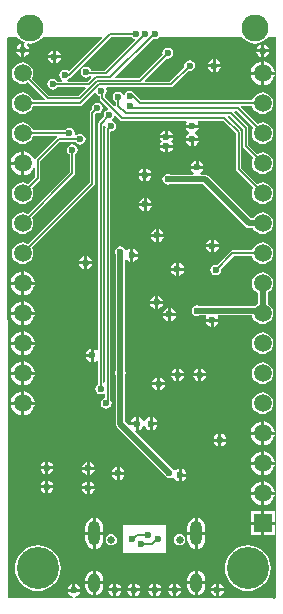
<source format=gbr>
%TF.GenerationSoftware,Altium Limited,Altium Designer,20.0.10 (225)*%
G04 Layer_Physical_Order=2*
G04 Layer_Color=16711680*
%FSLAX26Y26*%
%MOIN*%
%TF.FileFunction,Copper,L2,Bot,Signal*%
%TF.Part,Single*%
G01*
G75*
%TA.AperFunction,Conductor*%
%ADD40C,0.008000*%
%ADD41C,0.019685*%
%ADD42C,0.005906*%
%ADD43C,0.006000*%
%TA.AperFunction,ComponentPad*%
%ADD45O,0.039370X0.062992*%
%ADD46O,0.039370X0.082677*%
%ADD47C,0.025591*%
%ADD48C,0.090000*%
%ADD49C,0.140000*%
%ADD50R,0.059370X0.059370*%
%ADD51C,0.059370*%
%TA.AperFunction,ViaPad*%
%ADD52C,0.023622*%
G36*
X1102362Y200362D02*
X1093000Y191000D01*
X1089211Y194789D01*
X431416D01*
X430923Y199789D01*
X435865Y200772D01*
X443079Y205593D01*
X447900Y212808D01*
X448598Y216318D01*
X406111D01*
X406809Y212808D01*
X411630Y205593D01*
X418844Y200772D01*
X423786Y199789D01*
X423294Y194789D01*
X206372D01*
X203601Y2063391D01*
X207134Y2066929D01*
X239264D01*
X245450Y2058867D01*
X256084Y2050707D01*
X263440Y2047660D01*
X261981Y2042852D01*
X261756Y2042897D01*
Y2026654D01*
X278000D01*
X277301Y2030164D01*
X272481Y2037379D01*
X269875Y2039119D01*
X269746Y2040366D01*
X274312Y2044809D01*
X281756Y2043829D01*
X295045Y2045578D01*
X307428Y2050707D01*
X318062Y2058867D01*
X324248Y2066929D01*
X519562D01*
X521475Y2062310D01*
X409846Y1950681D01*
X409623Y1950703D01*
X403763Y1954618D01*
X396851Y1955993D01*
X389938Y1954618D01*
X384078Y1950703D01*
X380162Y1944842D01*
X378787Y1937930D01*
X380162Y1931017D01*
X384078Y1925157D01*
X388563Y1922160D01*
X387046Y1917160D01*
X371737D01*
X369269Y1920853D01*
X363409Y1924769D01*
X356496Y1926144D01*
X349584Y1924769D01*
X343723Y1920853D01*
X339808Y1914993D01*
X338433Y1908080D01*
X339808Y1901168D01*
X343723Y1895307D01*
X349584Y1891391D01*
X356496Y1890016D01*
X363409Y1891391D01*
X369269Y1895307D01*
X371737Y1899000D01*
X465515D01*
X467429Y1894381D01*
X443349Y1870300D01*
X344470D01*
X287715Y1927056D01*
X287844Y1927225D01*
X291430Y1935882D01*
X292654Y1945173D01*
X291430Y1954464D01*
X287844Y1963122D01*
X282139Y1970557D01*
X274705Y1976262D01*
X266047Y1979848D01*
X256756Y1981071D01*
X247465Y1979848D01*
X238807Y1976262D01*
X231373Y1970557D01*
X225668Y1963122D01*
X222082Y1954464D01*
X220858Y1945173D01*
X222082Y1935882D01*
X225668Y1927225D01*
X231373Y1919790D01*
X238807Y1914085D01*
X247465Y1910499D01*
X256756Y1909276D01*
X266047Y1910499D01*
X274705Y1914085D01*
X274874Y1914215D01*
X329883Y1859205D01*
X327812Y1854205D01*
X291464D01*
X291430Y1854464D01*
X287844Y1863122D01*
X282139Y1870557D01*
X274705Y1876262D01*
X266047Y1879848D01*
X256756Y1881071D01*
X247465Y1879848D01*
X238807Y1876262D01*
X231373Y1870557D01*
X225668Y1863122D01*
X222082Y1854464D01*
X220858Y1845173D01*
X222082Y1835882D01*
X225668Y1827225D01*
X231373Y1819790D01*
X238807Y1814085D01*
X247465Y1810499D01*
X256756Y1809276D01*
X266047Y1810499D01*
X274705Y1814085D01*
X282139Y1819790D01*
X287844Y1827225D01*
X291430Y1835882D01*
X291464Y1836142D01*
X447832D01*
X451289Y1836829D01*
X454219Y1838787D01*
X496839Y1881407D01*
X501565Y1880301D01*
X502168Y1879665D01*
X505928Y1874038D01*
X511788Y1870122D01*
X513059Y1869870D01*
Y1860846D01*
X513747Y1857390D01*
X515704Y1854460D01*
X541360Y1828804D01*
X539909Y1824020D01*
X538772Y1823794D01*
X532912Y1819878D01*
X528996Y1814018D01*
X527621Y1807105D01*
X528872Y1800818D01*
X509796Y1781742D01*
X507828Y1778796D01*
X507137Y1775322D01*
Y1023527D01*
X502137Y1021018D01*
X496947Y1024486D01*
X493437Y1025184D01*
Y1003940D01*
Y982696D01*
X496947Y983395D01*
X502137Y986862D01*
X507137Y984353D01*
Y907235D01*
X503444Y904767D01*
X499528Y898907D01*
X498153Y891994D01*
X499528Y885082D01*
X503444Y879221D01*
X509304Y875306D01*
X516217Y873931D01*
X523130Y875306D01*
X525895Y877153D01*
X530895Y874481D01*
Y861354D01*
X527926Y860764D01*
X522066Y856848D01*
X518150Y850988D01*
X516775Y844075D01*
X518150Y837162D01*
X522066Y831302D01*
X527926Y827386D01*
X534839Y826011D01*
X541751Y827386D01*
X547611Y831302D01*
X551527Y837162D01*
X552902Y844075D01*
X551527Y850988D01*
X549055Y854688D01*
Y1750158D01*
X549987Y1750924D01*
X556900Y1752299D01*
X562760Y1756215D01*
X566676Y1762075D01*
X568051Y1768987D01*
X566676Y1775900D01*
X562760Y1781760D01*
X556900Y1785676D01*
X554672Y1786119D01*
X553997Y1791351D01*
X558458Y1794332D01*
X562374Y1800192D01*
X562600Y1801329D01*
X567384Y1802780D01*
X581275Y1788889D01*
X584205Y1786931D01*
X587662Y1786244D01*
X587662Y1786244D01*
X801193D01*
X803866Y1781244D01*
X801116Y1777128D01*
X800418Y1773618D01*
X842905D01*
X842207Y1777128D01*
X839457Y1781244D01*
X842130Y1786244D01*
X925393D01*
X967346Y1744291D01*
Y1625551D01*
X968034Y1622095D01*
X969992Y1619165D01*
X1025827Y1563330D01*
X1025668Y1563122D01*
X1022082Y1554464D01*
X1020858Y1545173D01*
X1022082Y1535882D01*
X1025668Y1527225D01*
X1031373Y1519790D01*
X1038807Y1514085D01*
X1047465Y1510499D01*
X1056756Y1509276D01*
X1066047Y1510499D01*
X1074705Y1514085D01*
X1082139Y1519790D01*
X1087844Y1527225D01*
X1091430Y1535882D01*
X1092654Y1545173D01*
X1091430Y1554464D01*
X1087844Y1563122D01*
X1082139Y1570557D01*
X1074705Y1576262D01*
X1066047Y1579848D01*
X1056756Y1581071D01*
X1047465Y1579848D01*
X1038807Y1576262D01*
X1038600Y1576102D01*
X985410Y1629292D01*
Y1748032D01*
X984722Y1751488D01*
X982764Y1754418D01*
X982764Y1754418D01*
X939596Y1797586D01*
X941667Y1802586D01*
X948420D01*
X990968Y1760038D01*
Y1701929D01*
X991656Y1698473D01*
X993614Y1695543D01*
X1025827Y1663330D01*
X1025668Y1663122D01*
X1022082Y1654464D01*
X1020858Y1645173D01*
X1022082Y1635882D01*
X1025668Y1627225D01*
X1031373Y1619790D01*
X1038807Y1614085D01*
X1047465Y1610499D01*
X1056756Y1609276D01*
X1066047Y1610499D01*
X1074705Y1614085D01*
X1082139Y1619790D01*
X1087844Y1627225D01*
X1091430Y1635882D01*
X1092654Y1645173D01*
X1091430Y1654464D01*
X1087844Y1663122D01*
X1082139Y1670557D01*
X1074705Y1676262D01*
X1066047Y1679848D01*
X1056756Y1681071D01*
X1047465Y1679848D01*
X1038807Y1676262D01*
X1038600Y1676102D01*
X1009032Y1705670D01*
Y1763779D01*
X1008344Y1767236D01*
X1006386Y1770166D01*
X961928Y1814625D01*
X963999Y1819625D01*
X969532D01*
X1025827Y1763330D01*
X1025668Y1763122D01*
X1022082Y1754464D01*
X1020858Y1745173D01*
X1022082Y1735882D01*
X1025668Y1727225D01*
X1031373Y1719790D01*
X1038807Y1714085D01*
X1047465Y1710499D01*
X1056756Y1709276D01*
X1066047Y1710499D01*
X1074705Y1714085D01*
X1082139Y1719790D01*
X1087844Y1727225D01*
X1091430Y1735882D01*
X1092654Y1745173D01*
X1091430Y1754464D01*
X1087844Y1763122D01*
X1082139Y1770557D01*
X1074705Y1776262D01*
X1066047Y1779848D01*
X1056756Y1781071D01*
X1047465Y1779848D01*
X1038807Y1776262D01*
X1038600Y1776102D01*
X983561Y1831142D01*
X985632Y1836142D01*
X1022048D01*
X1022082Y1835882D01*
X1025668Y1827225D01*
X1031373Y1819790D01*
X1038807Y1814085D01*
X1047465Y1810499D01*
X1056756Y1809276D01*
X1066047Y1810499D01*
X1074705Y1814085D01*
X1082139Y1819790D01*
X1087844Y1827225D01*
X1091430Y1835882D01*
X1092654Y1845173D01*
X1091430Y1854464D01*
X1087844Y1863122D01*
X1082139Y1870557D01*
X1074705Y1876262D01*
X1066047Y1879848D01*
X1056756Y1881071D01*
X1047465Y1879848D01*
X1038807Y1876262D01*
X1031373Y1870557D01*
X1025668Y1863122D01*
X1022082Y1854464D01*
X1022048Y1854205D01*
X650694D01*
X629828Y1875070D01*
X629642Y1876007D01*
X625726Y1881867D01*
X619866Y1885783D01*
X612953Y1887158D01*
X606041Y1885783D01*
X600181Y1881867D01*
X596265Y1876007D01*
X595669Y1873010D01*
X593067Y1872371D01*
X590466Y1872482D01*
X586980Y1877698D01*
X581120Y1881614D01*
X574207Y1882989D01*
X567295Y1881614D01*
X561435Y1877698D01*
X557519Y1871838D01*
X556144Y1864925D01*
X557519Y1858013D01*
X561435Y1852152D01*
X566263Y1848926D01*
Y1836518D01*
X565042Y1835529D01*
X561525Y1834185D01*
X531122Y1864587D01*
Y1873803D01*
X531474Y1874038D01*
X535390Y1879899D01*
X536765Y1886811D01*
X535444Y1893449D01*
X535422Y1894324D01*
X537981Y1898449D01*
X750000D01*
X753456Y1899136D01*
X756386Y1901094D01*
X808579Y1953287D01*
X812992Y1952409D01*
X819905Y1953784D01*
X825765Y1957700D01*
X829681Y1963560D01*
X831056Y1970473D01*
X829681Y1977385D01*
X825765Y1983245D01*
X819905Y1987161D01*
X812992Y1988536D01*
X806079Y1987161D01*
X800219Y1983245D01*
X796303Y1977385D01*
X794928Y1970473D01*
X795806Y1966060D01*
X746259Y1916512D01*
X664779D01*
X662866Y1921131D01*
X736349Y1994614D01*
X740705Y1993747D01*
X747617Y1995122D01*
X753478Y1999038D01*
X757393Y2004899D01*
X758768Y2011811D01*
X757393Y2018724D01*
X753478Y2024584D01*
X747617Y2028500D01*
X740705Y2029875D01*
X733792Y2028500D01*
X727932Y2024584D01*
X724016Y2018724D01*
X722641Y2011811D01*
X723508Y2007455D01*
X644471Y1928419D01*
X565864D01*
X563950Y1933038D01*
X691358Y2060446D01*
X691495Y2060354D01*
X698408Y2058979D01*
X705321Y2060354D01*
X711181Y2064270D01*
X712958Y2066929D01*
X989264D01*
X995450Y2058867D01*
X1006084Y2050707D01*
X1018467Y2045578D01*
X1031756Y2043829D01*
X1045045Y2045578D01*
X1057428Y2050707D01*
X1068062Y2058867D01*
X1074248Y2066929D01*
X1102362D01*
Y200362D01*
D02*
G37*
G36*
X622227Y2064227D02*
X628087Y2060311D01*
X629689Y2059993D01*
X631140Y2055208D01*
X529013Y1953080D01*
X485645D01*
X485180Y1955422D01*
X481264Y1961282D01*
X475404Y1965198D01*
X468491Y1966573D01*
X461578Y1965198D01*
X455718Y1961282D01*
X451802Y1955422D01*
X450427Y1948509D01*
X451802Y1941596D01*
X455718Y1935736D01*
X461578Y1931820D01*
X468491Y1930445D01*
X475404Y1931820D01*
X479979Y1934878D01*
X484121Y1934310D01*
X485905Y1929694D01*
X473371Y1917160D01*
X406655D01*
X405138Y1922160D01*
X409623Y1925157D01*
X412421Y1929344D01*
X413411Y1929541D01*
X416357Y1931509D01*
X551777Y2066929D01*
X620422D01*
X622227Y2064227D01*
D02*
G37*
G36*
X530584Y1769695D02*
X531988Y1768666D01*
X532848Y1764339D01*
X531586Y1762450D01*
X530895Y1758975D01*
Y914659D01*
X525895Y911827D01*
X525297Y912185D01*
Y1769930D01*
X527310Y1771423D01*
X530584Y1769695D01*
D02*
G37*
%LPC*%
G36*
X251756Y2042897D02*
X248246Y2042199D01*
X241031Y2037379D01*
X236210Y2030164D01*
X235512Y2026654D01*
X251756D01*
Y2042897D01*
D02*
G37*
G36*
X1061756Y2040929D02*
Y2024685D01*
X1078000D01*
X1077302Y2028195D01*
X1072481Y2035410D01*
X1065266Y2040230D01*
X1061756Y2040929D01*
D02*
G37*
G36*
X1051756D02*
X1048246Y2040230D01*
X1041031Y2035410D01*
X1036210Y2028195D01*
X1035512Y2024685D01*
X1051756D01*
Y2040929D01*
D02*
G37*
G36*
X367598Y2021244D02*
Y2005000D01*
X383842D01*
X383144Y2008510D01*
X378323Y2015725D01*
X371109Y2020545D01*
X367598Y2021244D01*
D02*
G37*
G36*
X357598D02*
X354088Y2020545D01*
X346873Y2015725D01*
X342053Y2008510D01*
X341355Y2005000D01*
X357598D01*
Y2021244D01*
D02*
G37*
G36*
X278000Y2016654D02*
X261756D01*
Y2000410D01*
X265266Y2001108D01*
X272481Y2005929D01*
X277301Y2013143D01*
X278000Y2016654D01*
D02*
G37*
G36*
X251756D02*
X235512D01*
X236210Y2013143D01*
X241031Y2005929D01*
X248246Y2001108D01*
X251756Y2000410D01*
Y2016654D01*
D02*
G37*
G36*
X1078000Y2014685D02*
X1061756D01*
Y1998441D01*
X1065266Y1999139D01*
X1072481Y2003960D01*
X1077302Y2011175D01*
X1078000Y2014685D01*
D02*
G37*
G36*
X1051756D02*
X1035512D01*
X1036210Y2011175D01*
X1041031Y2003960D01*
X1048246Y1999139D01*
X1051756Y1998441D01*
Y2014685D01*
D02*
G37*
G36*
X383842Y1995000D02*
X367598D01*
Y1978756D01*
X371109Y1979455D01*
X378323Y1984275D01*
X383144Y1991490D01*
X383842Y1995000D01*
D02*
G37*
G36*
X357598D02*
X341355D01*
X342053Y1991490D01*
X346873Y1984275D01*
X354088Y1979455D01*
X357598Y1978756D01*
Y1995000D01*
D02*
G37*
G36*
X900420Y1991716D02*
Y1975473D01*
X916664D01*
X915965Y1978983D01*
X911145Y1986197D01*
X903930Y1991018D01*
X900420Y1991716D01*
D02*
G37*
G36*
X890420D02*
X886910Y1991018D01*
X879695Y1986197D01*
X874874Y1978983D01*
X874176Y1975473D01*
X890420D01*
Y1991716D01*
D02*
G37*
G36*
X1061756Y1984543D02*
Y1950173D01*
X1096125D01*
X1095419Y1955533D01*
X1091421Y1965187D01*
X1085060Y1973477D01*
X1076770Y1979838D01*
X1067116Y1983837D01*
X1061756Y1984543D01*
D02*
G37*
G36*
X1051756Y1984542D02*
X1046396Y1983837D01*
X1036742Y1979838D01*
X1028452Y1973477D01*
X1022091Y1965187D01*
X1018092Y1955533D01*
X1017387Y1950173D01*
X1051756D01*
Y1984542D01*
D02*
G37*
G36*
X916664Y1965473D02*
X900420D01*
Y1949229D01*
X903930Y1949927D01*
X911145Y1954748D01*
X915965Y1961962D01*
X916664Y1965473D01*
D02*
G37*
G36*
X890420D02*
X874176D01*
X874874Y1961962D01*
X879695Y1954748D01*
X886910Y1949927D01*
X890420Y1949229D01*
Y1965473D01*
D02*
G37*
G36*
X1051756Y1940173D02*
X1017387D01*
X1018092Y1934813D01*
X1022091Y1925160D01*
X1028452Y1916870D01*
X1036742Y1910509D01*
X1046396Y1906510D01*
X1051756Y1905804D01*
Y1940173D01*
D02*
G37*
G36*
X1096125D02*
X1061756D01*
Y1905804D01*
X1067116Y1906510D01*
X1076770Y1910509D01*
X1085060Y1916870D01*
X1091421Y1925160D01*
X1095419Y1934813D01*
X1096125Y1940173D01*
D02*
G37*
G36*
X505899Y1846720D02*
X498987Y1845345D01*
X493126Y1841429D01*
X489211Y1835569D01*
X487836Y1828656D01*
X488702Y1824300D01*
X482316Y1817914D01*
X480347Y1814968D01*
X479656Y1811493D01*
Y1580914D01*
X274874Y1376132D01*
X274705Y1376262D01*
X266047Y1379848D01*
X256756Y1381071D01*
X247465Y1379848D01*
X238807Y1376262D01*
X231373Y1370557D01*
X225668Y1363122D01*
X222082Y1354464D01*
X220858Y1345173D01*
X222082Y1335882D01*
X225668Y1327225D01*
X231373Y1319790D01*
X238807Y1314085D01*
X247465Y1310499D01*
X256756Y1309276D01*
X266047Y1310499D01*
X274705Y1314085D01*
X282139Y1319790D01*
X287844Y1327225D01*
X291430Y1335882D01*
X292654Y1345173D01*
X291430Y1354464D01*
X287844Y1363122D01*
X287715Y1363291D01*
X495157Y1570733D01*
X497125Y1573679D01*
X497816Y1577153D01*
Y1807732D01*
X501543Y1811459D01*
X505899Y1810593D01*
X512812Y1811968D01*
X518672Y1815883D01*
X522588Y1821744D01*
X523963Y1828656D01*
X522588Y1835569D01*
X518672Y1841429D01*
X512812Y1845345D01*
X505899Y1846720D01*
D02*
G37*
G36*
X740792Y1754003D02*
Y1737760D01*
X757036D01*
X756338Y1741270D01*
X751517Y1748485D01*
X744303Y1753305D01*
X740792Y1754003D01*
D02*
G37*
G36*
X730792D02*
X727282Y1753305D01*
X720067Y1748485D01*
X715247Y1741270D01*
X714549Y1737760D01*
X730792D01*
Y1754003D01*
D02*
G37*
G36*
X842905Y1763618D02*
X800418D01*
X801116Y1760108D01*
X805937Y1752893D01*
X811315Y1749300D01*
Y1743728D01*
X805937Y1740134D01*
X801116Y1732920D01*
X800418Y1729409D01*
X842905D01*
X842207Y1732920D01*
X837387Y1740134D01*
X832008Y1743728D01*
Y1749300D01*
X837387Y1752893D01*
X842207Y1760108D01*
X842905Y1763618D01*
D02*
G37*
G36*
X757036Y1727760D02*
X714549D01*
X715247Y1724249D01*
X719861Y1717344D01*
X715247Y1710439D01*
X714549Y1706929D01*
X757036D01*
X756338Y1710439D01*
X751724Y1717344D01*
X756338Y1724249D01*
X757036Y1727760D01*
D02*
G37*
G36*
X256756Y1781071D02*
X247465Y1779848D01*
X238807Y1776262D01*
X231373Y1770557D01*
X225668Y1763122D01*
X222082Y1754464D01*
X220858Y1745173D01*
X222082Y1735882D01*
X225668Y1727225D01*
X231373Y1719790D01*
X238807Y1714085D01*
X247465Y1710499D01*
X256756Y1709276D01*
X266047Y1710499D01*
X274705Y1714085D01*
X282139Y1719790D01*
X287844Y1727225D01*
X291430Y1735882D01*
X291503Y1736433D01*
X369629D01*
X371146Y1731433D01*
X370192Y1730796D01*
X300364Y1660968D01*
X299263Y1659320D01*
X294686Y1659179D01*
X293796Y1659452D01*
X291421Y1665187D01*
X285060Y1673477D01*
X276770Y1679838D01*
X267116Y1683837D01*
X261756Y1684542D01*
Y1645173D01*
Y1605804D01*
X267116Y1606510D01*
X276770Y1610509D01*
X285060Y1616870D01*
X291421Y1625160D01*
X292719Y1628294D01*
X297719Y1627299D01*
Y1598909D01*
X274912Y1576102D01*
X274705Y1576262D01*
X266047Y1579848D01*
X256756Y1581071D01*
X247465Y1579848D01*
X238807Y1576262D01*
X231373Y1570557D01*
X225668Y1563122D01*
X222082Y1554464D01*
X220858Y1545173D01*
X222082Y1535882D01*
X225668Y1527225D01*
X231373Y1519790D01*
X238807Y1514085D01*
X247465Y1510499D01*
X256756Y1509276D01*
X266047Y1510499D01*
X274705Y1514085D01*
X282139Y1519790D01*
X287844Y1527225D01*
X291430Y1535882D01*
X292654Y1545173D01*
X291430Y1554464D01*
X287844Y1563122D01*
X287685Y1563330D01*
X313137Y1588781D01*
X313137Y1588782D01*
X315095Y1591712D01*
X315782Y1595168D01*
Y1650840D01*
X380320Y1715378D01*
X433546D01*
X436046Y1711637D01*
X441906Y1707721D01*
X448819Y1706346D01*
X455731Y1707721D01*
X461592Y1711637D01*
X465507Y1717497D01*
X466882Y1724409D01*
X465507Y1731322D01*
X461592Y1737182D01*
X455731Y1741098D01*
X448819Y1742473D01*
X441906Y1741098D01*
X436046Y1737182D01*
X435379Y1736184D01*
X433544Y1736274D01*
X433219Y1736448D01*
X429866Y1741461D01*
X430662Y1745465D01*
X429287Y1752377D01*
X425372Y1758238D01*
X419511Y1762153D01*
X412599Y1763528D01*
X405686Y1762153D01*
X399826Y1758238D01*
X397326Y1754496D01*
X291417D01*
X287844Y1763122D01*
X282139Y1770557D01*
X274705Y1776262D01*
X266047Y1779848D01*
X256756Y1781071D01*
D02*
G37*
G36*
X842905Y1719409D02*
X826662D01*
Y1703166D01*
X830172Y1703864D01*
X837387Y1708685D01*
X842207Y1715899D01*
X842905Y1719409D01*
D02*
G37*
G36*
X816662D02*
X800418D01*
X801116Y1715899D01*
X805937Y1708685D01*
X813152Y1703864D01*
X816662Y1703166D01*
Y1719409D01*
D02*
G37*
G36*
X757036Y1696929D02*
X740792D01*
Y1680686D01*
X744303Y1681384D01*
X751517Y1686204D01*
X756338Y1693419D01*
X757036Y1696929D01*
D02*
G37*
G36*
X730792D02*
X714549D01*
X715247Y1693419D01*
X720067Y1686204D01*
X727282Y1681384D01*
X730792Y1680686D01*
Y1696929D01*
D02*
G37*
G36*
X251756Y1684542D02*
X246396Y1683837D01*
X236742Y1679838D01*
X228452Y1673477D01*
X222091Y1665187D01*
X218093Y1655533D01*
X217387Y1650173D01*
X251756D01*
Y1684542D01*
D02*
G37*
G36*
X842902Y1652543D02*
Y1636299D01*
X859146D01*
X858448Y1639809D01*
X853627Y1647024D01*
X846412Y1651845D01*
X842902Y1652543D01*
D02*
G37*
G36*
X832902D02*
X829392Y1651845D01*
X822177Y1647024D01*
X817357Y1639809D01*
X816658Y1636299D01*
X832902D01*
Y1652543D01*
D02*
G37*
G36*
X669134Y1627543D02*
Y1611299D01*
X685378D01*
X684679Y1614809D01*
X679859Y1622024D01*
X672644Y1626845D01*
X669134Y1627543D01*
D02*
G37*
G36*
X659134D02*
X655624Y1626845D01*
X648409Y1622024D01*
X643588Y1614809D01*
X642890Y1611299D01*
X659134D01*
Y1627543D01*
D02*
G37*
G36*
X859146Y1626299D02*
X816658D01*
X817357Y1622789D01*
X822177Y1615574D01*
X827311Y1612144D01*
X825794Y1607144D01*
X748563D01*
X747617Y1607776D01*
X740705Y1609151D01*
X733792Y1607776D01*
X727932Y1603861D01*
X724016Y1598000D01*
X722641Y1591088D01*
X724016Y1584175D01*
X727932Y1578315D01*
X733792Y1574399D01*
X740705Y1573024D01*
X747617Y1574399D01*
X748563Y1575031D01*
X857350D01*
X998561Y1433820D01*
X998562Y1433820D01*
X1003771Y1430339D01*
X1009915Y1429117D01*
X1009916Y1429117D01*
X1024884D01*
X1025668Y1427225D01*
X1031373Y1419790D01*
X1038807Y1414085D01*
X1047465Y1410499D01*
X1056756Y1409276D01*
X1066047Y1410499D01*
X1074705Y1414085D01*
X1082139Y1419790D01*
X1087844Y1427225D01*
X1091430Y1435882D01*
X1092654Y1445173D01*
X1091430Y1454464D01*
X1087844Y1463122D01*
X1082139Y1470557D01*
X1074705Y1476262D01*
X1066047Y1479848D01*
X1056756Y1481071D01*
X1047465Y1479848D01*
X1038807Y1476262D01*
X1031373Y1470557D01*
X1025668Y1463122D01*
X1024884Y1461230D01*
X1016566D01*
X875355Y1602441D01*
X870145Y1605922D01*
X864001Y1607144D01*
X864000Y1607144D01*
X850010D01*
X848493Y1612144D01*
X853627Y1615574D01*
X858448Y1622789D01*
X859146Y1626299D01*
D02*
G37*
G36*
X251756Y1640173D02*
X217387D01*
X218093Y1634813D01*
X222091Y1625160D01*
X228452Y1616870D01*
X236742Y1610509D01*
X246396Y1606510D01*
X251756Y1605804D01*
Y1640173D01*
D02*
G37*
G36*
X685378Y1601299D02*
X669134D01*
Y1585055D01*
X672644Y1585754D01*
X679859Y1590574D01*
X684679Y1597789D01*
X685378Y1601299D01*
D02*
G37*
G36*
X659134D02*
X642890D01*
X643588Y1597789D01*
X648409Y1590574D01*
X655624Y1585754D01*
X659134Y1585055D01*
Y1601299D01*
D02*
G37*
G36*
X670204Y1528673D02*
Y1512429D01*
X686447D01*
X685749Y1515939D01*
X680929Y1523154D01*
X673714Y1527974D01*
X670204Y1528673D01*
D02*
G37*
G36*
X660204D02*
X656694Y1527974D01*
X649479Y1523154D01*
X644658Y1515939D01*
X643960Y1512429D01*
X660204D01*
Y1528673D01*
D02*
G37*
G36*
X686447Y1502429D02*
X670204D01*
Y1486185D01*
X673714Y1486883D01*
X680929Y1491704D01*
X685749Y1498919D01*
X686447Y1502429D01*
D02*
G37*
G36*
X660204D02*
X643960D01*
X644658Y1498919D01*
X649479Y1491704D01*
X656694Y1486883D01*
X660204Y1486185D01*
Y1502429D01*
D02*
G37*
G36*
X422244Y1708024D02*
X415332Y1706649D01*
X409471Y1702734D01*
X405555Y1696873D01*
X404180Y1689961D01*
X405555Y1683048D01*
X409471Y1677188D01*
X413212Y1674688D01*
Y1614402D01*
X274912Y1476102D01*
X274705Y1476262D01*
X266047Y1479848D01*
X256756Y1481071D01*
X247465Y1479848D01*
X238807Y1476262D01*
X231373Y1470557D01*
X225668Y1463122D01*
X222082Y1454464D01*
X220858Y1445173D01*
X222082Y1435882D01*
X225668Y1427225D01*
X231373Y1419790D01*
X238807Y1414085D01*
X247465Y1410499D01*
X256756Y1409276D01*
X266047Y1410499D01*
X274705Y1414085D01*
X282139Y1419790D01*
X287844Y1427225D01*
X291430Y1435882D01*
X292654Y1445173D01*
X291430Y1454464D01*
X287844Y1463122D01*
X287685Y1463330D01*
X428630Y1604275D01*
X430588Y1607205D01*
X431276Y1610661D01*
Y1674688D01*
X435017Y1677188D01*
X438933Y1683048D01*
X440308Y1689961D01*
X438933Y1696873D01*
X435017Y1702734D01*
X429157Y1706649D01*
X422244Y1708024D01*
D02*
G37*
G36*
X710168Y1425564D02*
Y1409321D01*
X726412D01*
X725713Y1412831D01*
X720893Y1420046D01*
X713678Y1424866D01*
X710168Y1425564D01*
D02*
G37*
G36*
X700168D02*
X696658Y1424866D01*
X689443Y1420046D01*
X684622Y1412831D01*
X683924Y1409321D01*
X700168D01*
Y1425564D01*
D02*
G37*
G36*
X726412Y1399321D02*
X710168D01*
Y1383077D01*
X713678Y1383775D01*
X720893Y1388596D01*
X725713Y1395811D01*
X726412Y1399321D01*
D02*
G37*
G36*
X700168D02*
X683924D01*
X684622Y1395811D01*
X689443Y1388596D01*
X696658Y1383775D01*
X700168Y1383077D01*
Y1399321D01*
D02*
G37*
G36*
X893977Y1390953D02*
Y1374710D01*
X910221D01*
X909523Y1378220D01*
X904702Y1385435D01*
X897487Y1390255D01*
X893977Y1390953D01*
D02*
G37*
G36*
X883977D02*
X880467Y1390255D01*
X873252Y1385435D01*
X868432Y1378220D01*
X867733Y1374710D01*
X883977D01*
Y1390953D01*
D02*
G37*
G36*
X1056756Y1381071D02*
X1047465Y1379848D01*
X1038807Y1376262D01*
X1031373Y1370557D01*
X1025668Y1363122D01*
X1022082Y1354464D01*
X1022048Y1354205D01*
X955916D01*
X955915Y1354205D01*
X952459Y1353517D01*
X949529Y1351560D01*
X949529Y1351559D01*
X904001Y1306032D01*
X899588Y1306909D01*
X892675Y1305534D01*
X886815Y1301619D01*
X882899Y1295758D01*
X881524Y1288846D01*
X882899Y1281933D01*
X886815Y1276073D01*
X892675Y1272157D01*
X899588Y1270782D01*
X906500Y1272157D01*
X912361Y1276073D01*
X916277Y1281933D01*
X917652Y1288846D01*
X916774Y1293259D01*
X959657Y1336142D01*
X1022048D01*
X1022082Y1335882D01*
X1025668Y1327225D01*
X1031373Y1319790D01*
X1038807Y1314085D01*
X1047465Y1310499D01*
X1056756Y1309276D01*
X1066047Y1310499D01*
X1074705Y1314085D01*
X1082139Y1319790D01*
X1087844Y1327225D01*
X1091430Y1335882D01*
X1092654Y1345173D01*
X1091430Y1354464D01*
X1087844Y1363122D01*
X1082139Y1370557D01*
X1074705Y1376262D01*
X1066047Y1379848D01*
X1056756Y1381071D01*
D02*
G37*
G36*
X910221Y1364710D02*
X893977D01*
Y1348466D01*
X897487Y1349164D01*
X904702Y1353985D01*
X909523Y1361199D01*
X910221Y1364710D01*
D02*
G37*
G36*
X883977D02*
X867733D01*
X868432Y1361199D01*
X873252Y1353985D01*
X880467Y1349164D01*
X883977Y1348466D01*
Y1364710D01*
D02*
G37*
G36*
X624729Y1359457D02*
Y1343214D01*
X640972D01*
X640274Y1346724D01*
X635453Y1353938D01*
X628239Y1358759D01*
X624729Y1359457D01*
D02*
G37*
G36*
X471541Y1335102D02*
Y1318858D01*
X487784D01*
X487086Y1322368D01*
X482266Y1329583D01*
X475051Y1334404D01*
X471541Y1335102D01*
D02*
G37*
G36*
X461541D02*
X458031Y1334404D01*
X450816Y1329583D01*
X445995Y1322368D01*
X445297Y1318858D01*
X461541D01*
Y1335102D01*
D02*
G37*
G36*
X640972Y1333214D02*
X624729D01*
Y1316970D01*
X628239Y1317668D01*
X635453Y1322489D01*
X640274Y1329703D01*
X640972Y1333214D01*
D02*
G37*
G36*
X582677Y1368237D02*
X575765Y1366862D01*
X569904Y1362946D01*
X565989Y1357086D01*
X564614Y1350173D01*
X565989Y1343261D01*
X566621Y1342315D01*
Y953032D01*
X565989Y952086D01*
X564614Y945173D01*
X565989Y938261D01*
X566621Y937315D01*
Y776971D01*
X566621Y776971D01*
X567843Y770826D01*
X571324Y765617D01*
X728900Y608041D01*
X729122Y606925D01*
X733038Y601065D01*
X738898Y597149D01*
X745811Y595774D01*
X752723Y597149D01*
X755270Y598851D01*
X760675Y596902D01*
X760930Y596619D01*
X765583Y589656D01*
X772797Y584835D01*
X776308Y584137D01*
Y605381D01*
Y626624D01*
X772797Y625926D01*
X767128Y622138D01*
X764804Y621442D01*
X760915Y623120D01*
X758583Y626611D01*
X752723Y630526D01*
X751607Y630748D01*
X631461Y750895D01*
X632795Y753391D01*
Y771971D01*
X614215D01*
X611719Y770637D01*
X598734Y783622D01*
Y937315D01*
X599366Y938261D01*
X600741Y945173D01*
X599366Y952086D01*
X598734Y953032D01*
Y1321376D01*
X603734Y1322892D01*
X604004Y1322489D01*
X611218Y1317668D01*
X614729Y1316970D01*
Y1338214D01*
Y1359457D01*
X611218Y1358759D01*
X604962Y1354579D01*
X601205Y1355384D01*
X599533Y1356247D01*
X599366Y1357086D01*
X595450Y1362946D01*
X589590Y1366862D01*
X582677Y1368237D01*
D02*
G37*
G36*
X777329Y1312828D02*
Y1296585D01*
X793573D01*
X792875Y1300095D01*
X788054Y1307310D01*
X780839Y1312130D01*
X777329Y1312828D01*
D02*
G37*
G36*
X767329D02*
X763819Y1312130D01*
X756604Y1307310D01*
X751784Y1300095D01*
X751086Y1296585D01*
X767329D01*
Y1312828D01*
D02*
G37*
G36*
X487784Y1308858D02*
X471541D01*
Y1292614D01*
X475051Y1293313D01*
X482266Y1298133D01*
X487086Y1305348D01*
X487784Y1308858D01*
D02*
G37*
G36*
X461541D02*
X445297D01*
X445995Y1305348D01*
X450816Y1298133D01*
X458031Y1293313D01*
X461541Y1292614D01*
Y1308858D01*
D02*
G37*
G36*
X793573Y1286585D02*
X777329D01*
Y1270341D01*
X780839Y1271039D01*
X788054Y1275860D01*
X792875Y1283074D01*
X793573Y1286585D01*
D02*
G37*
G36*
X767329D02*
X751086D01*
X751784Y1283074D01*
X756604Y1275860D01*
X763819Y1271039D01*
X767329Y1270341D01*
Y1286585D01*
D02*
G37*
G36*
X261756Y1284542D02*
Y1250173D01*
X296125D01*
X295420Y1255533D01*
X291421Y1265187D01*
X285060Y1273477D01*
X276770Y1279838D01*
X267116Y1283837D01*
X261756Y1284542D01*
D02*
G37*
G36*
X251756D02*
X246396Y1283837D01*
X236742Y1279838D01*
X228452Y1273477D01*
X222091Y1265187D01*
X218093Y1255533D01*
X217387Y1250173D01*
X251756D01*
Y1284542D01*
D02*
G37*
G36*
X296125Y1240173D02*
X261756D01*
Y1205804D01*
X267116Y1206510D01*
X276770Y1210509D01*
X285060Y1216870D01*
X291421Y1225160D01*
X295420Y1234813D01*
X296125Y1240173D01*
D02*
G37*
G36*
X251756D02*
X217387D01*
X218093Y1234813D01*
X222091Y1225160D01*
X228452Y1216870D01*
X236742Y1210509D01*
X246396Y1206510D01*
X251756Y1205804D01*
Y1240173D01*
D02*
G37*
G36*
X708035Y1202502D02*
Y1186259D01*
X724279D01*
X723581Y1189769D01*
X718760Y1196984D01*
X711546Y1201804D01*
X708035Y1202502D01*
D02*
G37*
G36*
X698035D02*
X694525Y1201804D01*
X687311Y1196984D01*
X682490Y1189769D01*
X681792Y1186259D01*
X698035D01*
Y1202502D01*
D02*
G37*
G36*
X1056756Y1281071D02*
X1047465Y1279848D01*
X1038807Y1276262D01*
X1031373Y1270557D01*
X1025668Y1263122D01*
X1022082Y1254464D01*
X1020858Y1245173D01*
X1022082Y1235882D01*
X1025668Y1227225D01*
X1031373Y1219790D01*
X1038807Y1214085D01*
X1040699Y1213301D01*
Y1177045D01*
X1038807Y1176262D01*
X1031373Y1170557D01*
X1030042Y1168823D01*
X1029882D01*
X1025382Y1169718D01*
X1025382Y1169718D01*
X845761D01*
X844815Y1170350D01*
X837902Y1171725D01*
X830990Y1170350D01*
X825129Y1166435D01*
X821213Y1160574D01*
X819838Y1153662D01*
X821213Y1146749D01*
X825129Y1140889D01*
X830990Y1136973D01*
X837902Y1135598D01*
X844815Y1136973D01*
X845761Y1137605D01*
X866405D01*
X869078Y1132605D01*
X867347Y1130016D01*
X866649Y1126505D01*
X909136D01*
X908438Y1130016D01*
X906708Y1132605D01*
X909381Y1137605D01*
X1021777D01*
X1021857Y1137589D01*
X1022082Y1135882D01*
X1025668Y1127225D01*
X1031373Y1119790D01*
X1038807Y1114085D01*
X1047465Y1110499D01*
X1056756Y1109276D01*
X1066047Y1110499D01*
X1074705Y1114085D01*
X1082139Y1119790D01*
X1087844Y1127225D01*
X1091430Y1135882D01*
X1092654Y1145173D01*
X1091430Y1154464D01*
X1087844Y1163122D01*
X1082139Y1170557D01*
X1074705Y1176262D01*
X1072812Y1177045D01*
Y1213301D01*
X1074705Y1214085D01*
X1082139Y1219790D01*
X1087844Y1227225D01*
X1091430Y1235882D01*
X1092654Y1245173D01*
X1091430Y1254464D01*
X1087844Y1263122D01*
X1082139Y1270557D01*
X1074705Y1276262D01*
X1066047Y1279848D01*
X1056756Y1281071D01*
D02*
G37*
G36*
X724279Y1176259D02*
X708035D01*
Y1160015D01*
X711546Y1160713D01*
X718760Y1165534D01*
X723581Y1172748D01*
X724279Y1176259D01*
D02*
G37*
G36*
X698035D02*
X681792D01*
X682490Y1172748D01*
X687311Y1165534D01*
X694525Y1160713D01*
X698035Y1160015D01*
Y1176259D01*
D02*
G37*
G36*
X261756Y1184542D02*
Y1150173D01*
X296125D01*
X295420Y1155533D01*
X291421Y1165187D01*
X285060Y1173477D01*
X276770Y1179838D01*
X267116Y1183837D01*
X261756Y1184542D01*
D02*
G37*
G36*
X251756D02*
X246396Y1183837D01*
X236742Y1179838D01*
X228452Y1173477D01*
X222091Y1165187D01*
X218093Y1155533D01*
X217387Y1150173D01*
X251756D01*
Y1184542D01*
D02*
G37*
G36*
X750705Y1162106D02*
Y1145862D01*
X766948D01*
X766250Y1149372D01*
X761430Y1156587D01*
X754215Y1161408D01*
X750705Y1162106D01*
D02*
G37*
G36*
X740705D02*
X737194Y1161408D01*
X729980Y1156587D01*
X725159Y1149372D01*
X724461Y1145862D01*
X740705D01*
Y1162106D01*
D02*
G37*
G36*
X766948Y1135862D02*
X750705D01*
Y1119619D01*
X754215Y1120317D01*
X761430Y1125137D01*
X766250Y1132352D01*
X766948Y1135862D01*
D02*
G37*
G36*
X740705D02*
X724461D01*
X725159Y1132352D01*
X729980Y1125137D01*
X737194Y1120317D01*
X740705Y1119619D01*
Y1135862D01*
D02*
G37*
G36*
X296125Y1140173D02*
X261756D01*
Y1105804D01*
X267116Y1106510D01*
X276770Y1110509D01*
X285060Y1116870D01*
X291421Y1125160D01*
X295420Y1134813D01*
X296125Y1140173D01*
D02*
G37*
G36*
X251756D02*
X217387D01*
X218093Y1134813D01*
X222091Y1125160D01*
X228452Y1116870D01*
X236742Y1110509D01*
X246396Y1106510D01*
X251756Y1105804D01*
Y1140173D01*
D02*
G37*
G36*
X909136Y1116505D02*
X892893D01*
Y1100262D01*
X896403Y1100960D01*
X903618Y1105781D01*
X908438Y1112995D01*
X909136Y1116505D01*
D02*
G37*
G36*
X882893D02*
X866649D01*
X867347Y1112995D01*
X872168Y1105781D01*
X879383Y1100960D01*
X882893Y1100262D01*
Y1116505D01*
D02*
G37*
G36*
X261756Y1084542D02*
Y1050173D01*
X296125D01*
X295420Y1055533D01*
X291421Y1065187D01*
X285060Y1073477D01*
X276770Y1079838D01*
X267116Y1083837D01*
X261756Y1084542D01*
D02*
G37*
G36*
X251756D02*
X246396Y1083837D01*
X236742Y1079838D01*
X228452Y1073477D01*
X222091Y1065187D01*
X218093Y1055533D01*
X217387Y1050173D01*
X251756D01*
Y1084542D01*
D02*
G37*
G36*
X1056756Y1081071D02*
X1047465Y1079848D01*
X1038807Y1076262D01*
X1031373Y1070557D01*
X1025668Y1063122D01*
X1022082Y1054464D01*
X1020858Y1045173D01*
X1022082Y1035882D01*
X1025668Y1027225D01*
X1031373Y1019790D01*
X1038807Y1014085D01*
X1047465Y1010499D01*
X1056756Y1009276D01*
X1066047Y1010499D01*
X1074705Y1014085D01*
X1082139Y1019790D01*
X1087844Y1027225D01*
X1091430Y1035882D01*
X1092654Y1045173D01*
X1091430Y1054464D01*
X1087844Y1063122D01*
X1082139Y1070557D01*
X1074705Y1076262D01*
X1066047Y1079848D01*
X1056756Y1081071D01*
D02*
G37*
G36*
X483437Y1025184D02*
X479927Y1024486D01*
X472712Y1019665D01*
X467892Y1012450D01*
X467193Y1008940D01*
X483437D01*
Y1025184D01*
D02*
G37*
G36*
X296125Y1040173D02*
X261756D01*
Y1005804D01*
X267116Y1006510D01*
X276770Y1010509D01*
X285060Y1016870D01*
X291421Y1025160D01*
X295420Y1034813D01*
X296125Y1040173D01*
D02*
G37*
G36*
X251756D02*
X217387D01*
X218093Y1034813D01*
X222091Y1025160D01*
X228452Y1016870D01*
X236742Y1010509D01*
X246396Y1006510D01*
X251756Y1005804D01*
Y1040173D01*
D02*
G37*
G36*
X483437Y998940D02*
X467193D01*
X467892Y995430D01*
X472712Y988215D01*
X479927Y983395D01*
X483437Y982696D01*
Y998940D01*
D02*
G37*
G36*
X261756Y984542D02*
Y950173D01*
X296125D01*
X295420Y955533D01*
X291421Y965187D01*
X285060Y973477D01*
X276770Y979838D01*
X267116Y983837D01*
X261756Y984542D01*
D02*
G37*
G36*
X251756D02*
X246396Y983837D01*
X236742Y979838D01*
X228452Y973477D01*
X222091Y965187D01*
X218093Y955533D01*
X217387Y950173D01*
X251756D01*
Y984542D01*
D02*
G37*
G36*
X851890Y961211D02*
Y944967D01*
X868134D01*
X867436Y948477D01*
X862615Y955692D01*
X855401Y960513D01*
X851890Y961211D01*
D02*
G37*
G36*
X841890D02*
X838380Y960513D01*
X831166Y955692D01*
X826345Y948477D01*
X825647Y944967D01*
X841890D01*
Y961211D01*
D02*
G37*
G36*
X778619D02*
Y944967D01*
X794862D01*
X794164Y948477D01*
X789344Y955692D01*
X782129Y960513D01*
X778619Y961211D01*
D02*
G37*
G36*
X768619D02*
X765109Y960513D01*
X757894Y955692D01*
X753073Y948477D01*
X752375Y944967D01*
X768619D01*
Y961211D01*
D02*
G37*
G36*
X868134Y934967D02*
X851890D01*
Y918724D01*
X855401Y919422D01*
X862615Y924242D01*
X867436Y931457D01*
X868134Y934967D01*
D02*
G37*
G36*
X841890D02*
X825647D01*
X826345Y931457D01*
X831166Y924242D01*
X838380Y919422D01*
X841890Y918724D01*
Y934967D01*
D02*
G37*
G36*
X794862D02*
X778619D01*
Y918724D01*
X782129Y919422D01*
X789344Y924242D01*
X794164Y931457D01*
X794862Y934967D01*
D02*
G37*
G36*
X768619D02*
X752375D01*
X753073Y931457D01*
X757894Y924242D01*
X765109Y919422D01*
X768619Y918724D01*
Y934967D01*
D02*
G37*
G36*
X714832Y930460D02*
Y914216D01*
X731076D01*
X730378Y917727D01*
X725557Y924941D01*
X718342Y929762D01*
X714832Y930460D01*
D02*
G37*
G36*
X704832D02*
X701322Y929762D01*
X694107Y924941D01*
X689287Y917727D01*
X688589Y914216D01*
X704832D01*
Y930460D01*
D02*
G37*
G36*
X1056756Y981071D02*
X1047465Y979848D01*
X1038807Y976261D01*
X1031373Y970557D01*
X1025668Y963122D01*
X1022082Y954464D01*
X1020858Y945173D01*
X1022082Y935882D01*
X1025668Y927225D01*
X1031373Y919790D01*
X1038807Y914085D01*
X1047465Y910499D01*
X1056756Y909276D01*
X1066047Y910499D01*
X1074705Y914085D01*
X1082139Y919790D01*
X1087844Y927225D01*
X1091430Y935882D01*
X1092654Y945173D01*
X1091430Y954464D01*
X1087844Y963122D01*
X1082139Y970557D01*
X1074705Y976261D01*
X1066047Y979848D01*
X1056756Y981071D01*
D02*
G37*
G36*
X296125Y940173D02*
X261756D01*
Y905804D01*
X267116Y906510D01*
X276770Y910509D01*
X285060Y916870D01*
X291421Y925160D01*
X295420Y934813D01*
X296125Y940173D01*
D02*
G37*
G36*
X251756D02*
X217387D01*
X218093Y934813D01*
X222091Y925160D01*
X228452Y916870D01*
X236742Y910509D01*
X246396Y906510D01*
X251756Y905804D01*
Y940173D01*
D02*
G37*
G36*
X731076Y904216D02*
X714832D01*
Y887973D01*
X718342Y888671D01*
X725557Y893492D01*
X730378Y900706D01*
X731076Y904216D01*
D02*
G37*
G36*
X704832D02*
X688589D01*
X689287Y900706D01*
X694107Y893492D01*
X701322Y888671D01*
X704832Y887973D01*
Y904216D01*
D02*
G37*
G36*
X261756Y884542D02*
Y850173D01*
X296125D01*
X295420Y855533D01*
X291421Y865187D01*
X285060Y873477D01*
X276770Y879838D01*
X267116Y883837D01*
X261756Y884542D01*
D02*
G37*
G36*
X251756D02*
X246396Y883837D01*
X236742Y879838D01*
X228452Y873477D01*
X222091Y865187D01*
X218093Y855533D01*
X217387Y850173D01*
X251756D01*
Y884542D01*
D02*
G37*
G36*
X1056756Y881071D02*
X1047465Y879848D01*
X1038807Y876261D01*
X1031373Y870557D01*
X1025668Y863122D01*
X1022082Y854464D01*
X1020858Y845173D01*
X1022082Y835882D01*
X1025668Y827225D01*
X1031373Y819790D01*
X1038807Y814085D01*
X1047465Y810499D01*
X1056756Y809276D01*
X1066047Y810499D01*
X1074705Y814085D01*
X1082139Y819790D01*
X1087844Y827225D01*
X1091430Y835882D01*
X1092654Y845173D01*
X1091430Y854464D01*
X1087844Y863122D01*
X1082139Y870557D01*
X1074705Y876261D01*
X1066047Y879848D01*
X1056756Y881071D01*
D02*
G37*
G36*
X296125Y840173D02*
X261756D01*
Y805804D01*
X267116Y806510D01*
X276770Y810509D01*
X285060Y816870D01*
X291421Y825160D01*
X295420Y834813D01*
X296125Y840173D01*
D02*
G37*
G36*
X251756D02*
X217387D01*
X218093Y834813D01*
X222091Y825160D01*
X228452Y816870D01*
X236742Y810509D01*
X246396Y806510D01*
X251756Y805804D01*
Y840173D01*
D02*
G37*
G36*
X679451Y798215D02*
X675941Y797516D01*
X668726Y792696D01*
X663906Y785481D01*
X663672Y784307D01*
X658574D01*
X658341Y785481D01*
X653520Y792696D01*
X646306Y797516D01*
X642795Y798215D01*
Y776971D01*
Y755727D01*
X646306Y756426D01*
X653520Y761246D01*
X658341Y768461D01*
X658574Y769635D01*
X663672D01*
X663906Y768461D01*
X668726Y761246D01*
X675941Y756426D01*
X679451Y755727D01*
Y776971D01*
Y798215D01*
D02*
G37*
G36*
X689451D02*
Y781971D01*
X705695D01*
X704997Y785481D01*
X700176Y792696D01*
X692962Y797516D01*
X689451Y798215D01*
D02*
G37*
G36*
X632795D02*
X629285Y797516D01*
X622070Y792696D01*
X617250Y785481D01*
X616552Y781971D01*
X632795D01*
Y798215D01*
D02*
G37*
G36*
X705695Y771971D02*
X689451D01*
Y755727D01*
X692962Y756426D01*
X700176Y761246D01*
X704997Y768461D01*
X705695Y771971D01*
D02*
G37*
G36*
X1061756Y784542D02*
Y750173D01*
X1096125D01*
X1095419Y755533D01*
X1091421Y765187D01*
X1085060Y773477D01*
X1076770Y779838D01*
X1067116Y783837D01*
X1061756Y784542D01*
D02*
G37*
G36*
X1051756D02*
X1046396Y783837D01*
X1036742Y779838D01*
X1028452Y773477D01*
X1022091Y765187D01*
X1018092Y755533D01*
X1017387Y750173D01*
X1051756D01*
Y784542D01*
D02*
G37*
G36*
X919367Y743253D02*
Y727009D01*
X935611D01*
X934912Y730520D01*
X930092Y737734D01*
X922877Y742555D01*
X919367Y743253D01*
D02*
G37*
G36*
X909367D02*
X905857Y742555D01*
X898642Y737734D01*
X893821Y730520D01*
X893123Y727009D01*
X909367D01*
Y743253D01*
D02*
G37*
G36*
X1096125Y740173D02*
X1061756D01*
Y705804D01*
X1067116Y706510D01*
X1076770Y710509D01*
X1085060Y716870D01*
X1091421Y725160D01*
X1095419Y734813D01*
X1096125Y740173D01*
D02*
G37*
G36*
X1051756D02*
X1017387D01*
X1018092Y734813D01*
X1022091Y725160D01*
X1028452Y716870D01*
X1036742Y710509D01*
X1046396Y706510D01*
X1051756Y705804D01*
Y740173D01*
D02*
G37*
G36*
X935611Y717009D02*
X919367D01*
Y700766D01*
X922877Y701464D01*
X930092Y706284D01*
X934912Y713499D01*
X935611Y717009D01*
D02*
G37*
G36*
X909367D02*
X893123D01*
X893821Y713499D01*
X898642Y706284D01*
X905857Y701464D01*
X909367Y700766D01*
Y717009D01*
D02*
G37*
G36*
X1061756Y684542D02*
Y650173D01*
X1096125D01*
X1095419Y655533D01*
X1091421Y665187D01*
X1085060Y673477D01*
X1076770Y679838D01*
X1067116Y683837D01*
X1061756Y684542D01*
D02*
G37*
G36*
X1051756D02*
X1046396Y683837D01*
X1036742Y679838D01*
X1028452Y673477D01*
X1022091Y665187D01*
X1018092Y655533D01*
X1017387Y650173D01*
X1051756D01*
Y684542D01*
D02*
G37*
G36*
X342520Y651067D02*
Y634823D01*
X358763D01*
X358065Y638333D01*
X353245Y645548D01*
X346030Y650369D01*
X342520Y651067D01*
D02*
G37*
G36*
X332520D02*
X329010Y650369D01*
X321795Y645548D01*
X316974Y638333D01*
X316276Y634823D01*
X332520D01*
Y651067D01*
D02*
G37*
G36*
X480180Y649218D02*
Y632974D01*
X496424D01*
X495726Y636484D01*
X490905Y643699D01*
X483690Y648520D01*
X480180Y649218D01*
D02*
G37*
G36*
X470180D02*
X466670Y648520D01*
X459455Y643699D01*
X454635Y636484D01*
X453937Y632974D01*
X470180D01*
Y649218D01*
D02*
G37*
G36*
X579803Y631830D02*
Y615587D01*
X596047D01*
X595349Y619097D01*
X590528Y626312D01*
X583313Y631132D01*
X579803Y631830D01*
D02*
G37*
G36*
X569803D02*
X566293Y631132D01*
X559078Y626312D01*
X554258Y619097D01*
X553559Y615587D01*
X569803D01*
Y631830D01*
D02*
G37*
G36*
X786308Y626624D02*
Y610381D01*
X802551D01*
X801853Y613891D01*
X797032Y621106D01*
X789818Y625926D01*
X786308Y626624D01*
D02*
G37*
G36*
X358763Y624823D02*
X342520D01*
Y608580D01*
X346030Y609278D01*
X353245Y614098D01*
X358065Y621313D01*
X358763Y624823D01*
D02*
G37*
G36*
X332520D02*
X316276D01*
X316974Y621313D01*
X321795Y614098D01*
X329010Y609278D01*
X332520Y608580D01*
Y624823D01*
D02*
G37*
G36*
X496424Y622974D02*
X480180D01*
Y606731D01*
X483690Y607429D01*
X490905Y612249D01*
X495726Y619464D01*
X496424Y622974D01*
D02*
G37*
G36*
X470180D02*
X453937D01*
X454635Y619464D01*
X459455Y612249D01*
X466670Y607429D01*
X470180Y606731D01*
Y622974D01*
D02*
G37*
G36*
X1096125Y640173D02*
X1061756D01*
Y605804D01*
X1067116Y606510D01*
X1076770Y610509D01*
X1085060Y616870D01*
X1091421Y625160D01*
X1095419Y634813D01*
X1096125Y640173D01*
D02*
G37*
G36*
X1051756D02*
X1017387D01*
X1018092Y634813D01*
X1022091Y625160D01*
X1028452Y616870D01*
X1036742Y610509D01*
X1046396Y606510D01*
X1051756Y605804D01*
Y640173D01*
D02*
G37*
G36*
X596047Y605587D02*
X579803D01*
Y589343D01*
X583313Y590041D01*
X590528Y594862D01*
X595349Y602077D01*
X596047Y605587D01*
D02*
G37*
G36*
X569803D02*
X553559D01*
X554258Y602077D01*
X559078Y594862D01*
X566293Y590041D01*
X569803Y589343D01*
Y605587D01*
D02*
G37*
G36*
X802551Y600381D02*
X786308D01*
Y584137D01*
X789818Y584835D01*
X797032Y589656D01*
X801853Y596870D01*
X802551Y600381D01*
D02*
G37*
G36*
X342520Y587130D02*
Y570886D01*
X358763D01*
X358065Y574396D01*
X353245Y581611D01*
X346030Y586431D01*
X342520Y587130D01*
D02*
G37*
G36*
X332520D02*
X329010Y586431D01*
X321795Y581611D01*
X316974Y574396D01*
X316276Y570886D01*
X332520D01*
Y587130D01*
D02*
G37*
G36*
X479877Y584445D02*
Y568201D01*
X496120D01*
X495422Y571711D01*
X490601Y578926D01*
X483387Y583746D01*
X479877Y584445D01*
D02*
G37*
G36*
X469877D02*
X466366Y583746D01*
X459152Y578926D01*
X454331Y571711D01*
X453633Y568201D01*
X469877D01*
Y584445D01*
D02*
G37*
G36*
X1061756Y584542D02*
Y550173D01*
X1096125D01*
X1095419Y555533D01*
X1091421Y565187D01*
X1085060Y573477D01*
X1076770Y579838D01*
X1067116Y583837D01*
X1061756Y584542D01*
D02*
G37*
G36*
X1051756D02*
X1046396Y583837D01*
X1036742Y579838D01*
X1028452Y573477D01*
X1022091Y565187D01*
X1018092Y555533D01*
X1017387Y550173D01*
X1051756D01*
Y584542D01*
D02*
G37*
G36*
X358763Y560886D02*
X342520D01*
Y544642D01*
X346030Y545340D01*
X353245Y550161D01*
X358065Y557376D01*
X358763Y560886D01*
D02*
G37*
G36*
X332520D02*
X316276D01*
X316974Y557376D01*
X321795Y550161D01*
X329010Y545340D01*
X332520Y544642D01*
Y560886D01*
D02*
G37*
G36*
X496120Y558201D02*
X479877D01*
Y541957D01*
X483387Y542655D01*
X490601Y547476D01*
X495422Y554691D01*
X496120Y558201D01*
D02*
G37*
G36*
X469877D02*
X453633D01*
X454331Y554691D01*
X459152Y547476D01*
X466366Y542655D01*
X469877Y541957D01*
Y558201D01*
D02*
G37*
G36*
X1096125Y540173D02*
X1061756D01*
Y505804D01*
X1067116Y506510D01*
X1076770Y510509D01*
X1085060Y516870D01*
X1091421Y525160D01*
X1095419Y534813D01*
X1096125Y540173D01*
D02*
G37*
G36*
X1051756D02*
X1017387D01*
X1018092Y534813D01*
X1022091Y525160D01*
X1028452Y516870D01*
X1036742Y510509D01*
X1046396Y506510D01*
X1051756Y505804D01*
Y540173D01*
D02*
G37*
G36*
X1096441Y484858D02*
X1061756D01*
Y450173D01*
X1096441D01*
Y484858D01*
D02*
G37*
G36*
X1051756D02*
X1017071D01*
Y450173D01*
X1051756D01*
Y484858D01*
D02*
G37*
G36*
X840827Y461567D02*
Y415630D01*
X865768D01*
Y432284D01*
X864748Y440033D01*
X861757Y447254D01*
X856998Y453455D01*
X850797Y458213D01*
X843576Y461205D01*
X840827Y461567D01*
D02*
G37*
G36*
X830827D02*
X828077Y461205D01*
X820856Y458213D01*
X814655Y453455D01*
X809897Y447254D01*
X806906Y440033D01*
X805886Y432284D01*
Y415630D01*
X830827D01*
Y461567D01*
D02*
G37*
G36*
X500669D02*
Y415630D01*
X525611D01*
Y432284D01*
X524590Y440033D01*
X521599Y447254D01*
X516841Y453455D01*
X510640Y458213D01*
X503419Y461205D01*
X500669Y461567D01*
D02*
G37*
G36*
X490669D02*
X487920Y461205D01*
X480699Y458213D01*
X474498Y453455D01*
X469740Y447254D01*
X466748Y440033D01*
X465728Y432284D01*
Y415630D01*
X490669D01*
Y461567D01*
D02*
G37*
G36*
X1096441Y440173D02*
X1061756D01*
Y405488D01*
X1096441D01*
Y440173D01*
D02*
G37*
G36*
X1051756D02*
X1017071D01*
Y405488D01*
X1051756D01*
Y440173D01*
D02*
G37*
G36*
X779528Y408831D02*
X772231Y407380D01*
X766045Y403246D01*
X761912Y397060D01*
X760460Y389764D01*
X761912Y382467D01*
X766045Y376281D01*
X772231Y372148D01*
X779528Y370697D01*
X786824Y372148D01*
X793010Y376281D01*
X797143Y382467D01*
X798595Y389764D01*
X797143Y397060D01*
X793010Y403246D01*
X786824Y407380D01*
X779528Y408831D01*
D02*
G37*
G36*
X551968D02*
X544672Y407380D01*
X538486Y403246D01*
X534353Y397060D01*
X532901Y389764D01*
X534353Y382467D01*
X538486Y376281D01*
X544672Y372148D01*
X551968Y370697D01*
X559265Y372148D01*
X565451Y376281D01*
X569584Y382467D01*
X571036Y389764D01*
X569584Y397060D01*
X565451Y403246D01*
X559265Y407380D01*
X551968Y408831D01*
D02*
G37*
G36*
X865768Y405630D02*
X840827D01*
Y359693D01*
X843576Y360055D01*
X850797Y363047D01*
X856998Y367805D01*
X861757Y374006D01*
X864748Y381227D01*
X865768Y388976D01*
Y405630D01*
D02*
G37*
G36*
X830827D02*
X805886D01*
Y388976D01*
X806906Y381227D01*
X809897Y374006D01*
X814655Y367805D01*
X820856Y363047D01*
X828077Y360055D01*
X830827Y359693D01*
Y405630D01*
D02*
G37*
G36*
X525611D02*
X500669D01*
Y359693D01*
X503419Y360055D01*
X510640Y363047D01*
X516841Y367805D01*
X521599Y374006D01*
X524590Y381227D01*
X525611Y388976D01*
Y405630D01*
D02*
G37*
G36*
X490669D02*
X465728D01*
Y388976D01*
X466748Y381227D01*
X469740Y374006D01*
X474498Y367805D01*
X480699Y363047D01*
X487920Y360055D01*
X490669Y359693D01*
Y405630D01*
D02*
G37*
G36*
X734646Y440308D02*
X592043Y439475D01*
Y345861D01*
X734646D01*
Y440308D01*
D02*
G37*
G36*
X840827Y287157D02*
Y251063D01*
X865768D01*
Y257874D01*
X864748Y265623D01*
X861757Y272845D01*
X856998Y279046D01*
X850797Y283804D01*
X843576Y286795D01*
X840827Y287157D01*
D02*
G37*
G36*
X830827D02*
X828077Y286795D01*
X820856Y283804D01*
X814655Y279046D01*
X809897Y272845D01*
X806906Y265623D01*
X805886Y257874D01*
Y251063D01*
X830827D01*
Y287157D01*
D02*
G37*
G36*
X500669D02*
Y251063D01*
X525611D01*
Y257874D01*
X524590Y265623D01*
X521599Y272845D01*
X516841Y279046D01*
X510640Y283804D01*
X503419Y286795D01*
X500669Y287157D01*
D02*
G37*
G36*
X490669D02*
X487920Y286795D01*
X480699Y283804D01*
X474498Y279046D01*
X469740Y272845D01*
X466748Y265623D01*
X465728Y257874D01*
Y251063D01*
X490669D01*
Y287157D01*
D02*
G37*
G36*
X911056Y243981D02*
Y227737D01*
X927299D01*
X926601Y231247D01*
X921781Y238462D01*
X914566Y243282D01*
X911056Y243981D01*
D02*
G37*
G36*
X901056D02*
X897546Y243282D01*
X890331Y238462D01*
X885510Y231247D01*
X884812Y227737D01*
X901056D01*
Y243981D01*
D02*
G37*
G36*
X768442D02*
Y227737D01*
X784686D01*
X783988Y231247D01*
X779167Y238462D01*
X771953Y243282D01*
X768442Y243981D01*
D02*
G37*
G36*
X758442D02*
X754932Y243282D01*
X747717Y238462D01*
X742897Y231247D01*
X742199Y227737D01*
X758442D01*
Y243981D01*
D02*
G37*
G36*
X702264D02*
Y227737D01*
X718508D01*
X717809Y231247D01*
X712989Y238462D01*
X705774Y243282D01*
X702264Y243981D01*
D02*
G37*
G36*
X692264D02*
X688754Y243282D01*
X681539Y238462D01*
X676718Y231247D01*
X676020Y227737D01*
X692264D01*
Y243981D01*
D02*
G37*
G36*
X632058D02*
Y227737D01*
X648302D01*
X647604Y231247D01*
X642783Y238462D01*
X635568Y243282D01*
X632058Y243981D01*
D02*
G37*
G36*
X622058D02*
X618548Y243282D01*
X611333Y238462D01*
X606513Y231247D01*
X605814Y227737D01*
X622058D01*
Y243981D01*
D02*
G37*
G36*
X568717D02*
Y227737D01*
X584960D01*
X584262Y231247D01*
X579442Y238462D01*
X572227Y243282D01*
X568717Y243981D01*
D02*
G37*
G36*
X558717D02*
X555207Y243282D01*
X547992Y238462D01*
X543171Y231247D01*
X542473Y227737D01*
X558717D01*
Y243981D01*
D02*
G37*
G36*
X432355Y242561D02*
Y226318D01*
X448598D01*
X447900Y229828D01*
X443079Y237043D01*
X435865Y241863D01*
X432355Y242561D01*
D02*
G37*
G36*
X422355D02*
X418844Y241863D01*
X411630Y237043D01*
X406809Y229828D01*
X406111Y226318D01*
X422355D01*
Y242561D01*
D02*
G37*
G36*
X1006756Y371446D02*
X991876Y369981D01*
X977568Y365640D01*
X964381Y358592D01*
X952823Y349106D01*
X943337Y337548D01*
X936289Y324362D01*
X931949Y310053D01*
X930483Y295173D01*
X931949Y280293D01*
X936289Y265985D01*
X943337Y252798D01*
X952823Y241240D01*
X964381Y231755D01*
X977568Y224706D01*
X991876Y220366D01*
X1006756Y218900D01*
X1021636Y220366D01*
X1035944Y224706D01*
X1049131Y231755D01*
X1060689Y241240D01*
X1070175Y252798D01*
X1077223Y265985D01*
X1081563Y280293D01*
X1083029Y295173D01*
X1081563Y310053D01*
X1077223Y324362D01*
X1070175Y337548D01*
X1060689Y349106D01*
X1049131Y358592D01*
X1035944Y365640D01*
X1021636Y369981D01*
X1006756Y371446D01*
D02*
G37*
G36*
X306756D02*
X291876Y369981D01*
X277568Y365640D01*
X264381Y358592D01*
X252823Y349106D01*
X243338Y337548D01*
X236289Y324362D01*
X231949Y310053D01*
X230483Y295173D01*
X231949Y280293D01*
X236289Y265985D01*
X243338Y252798D01*
X252823Y241240D01*
X264381Y231755D01*
X277568Y224706D01*
X291876Y220366D01*
X306756Y218900D01*
X321636Y220366D01*
X335944Y224706D01*
X349131Y231755D01*
X360689Y241240D01*
X370175Y252798D01*
X377223Y265985D01*
X381563Y280293D01*
X383029Y295173D01*
X381563Y310053D01*
X377223Y324362D01*
X370175Y337548D01*
X360689Y349106D01*
X349131Y358592D01*
X335944Y365640D01*
X321636Y369981D01*
X306756Y371446D01*
D02*
G37*
G36*
X865768Y241063D02*
X840827D01*
Y204969D01*
X843576Y205331D01*
X850797Y208322D01*
X856998Y213080D01*
X861757Y219281D01*
X864748Y226503D01*
X865768Y234252D01*
Y241063D01*
D02*
G37*
G36*
X830827D02*
X805886D01*
Y234252D01*
X806906Y226503D01*
X809897Y219281D01*
X814655Y213080D01*
X820856Y208322D01*
X828077Y205331D01*
X830827Y204969D01*
Y241063D01*
D02*
G37*
G36*
X525611D02*
X500669D01*
Y204969D01*
X503419Y205331D01*
X510640Y208322D01*
X516841Y213080D01*
X521599Y219281D01*
X524590Y226503D01*
X525611Y234252D01*
Y241063D01*
D02*
G37*
G36*
X490669D02*
X465728D01*
Y234252D01*
X466748Y226503D01*
X469740Y219281D01*
X474498Y213080D01*
X480699Y208322D01*
X487920Y205331D01*
X490669Y204969D01*
Y241063D01*
D02*
G37*
G36*
X927299Y217737D02*
X911056D01*
Y201493D01*
X914566Y202191D01*
X921781Y207012D01*
X926601Y214227D01*
X927299Y217737D01*
D02*
G37*
G36*
X901056D02*
X884812D01*
X885510Y214227D01*
X890331Y207012D01*
X897546Y202191D01*
X901056Y201493D01*
Y217737D01*
D02*
G37*
G36*
X784686D02*
X768442D01*
Y201493D01*
X771953Y202191D01*
X779167Y207012D01*
X783988Y214227D01*
X784686Y217737D01*
D02*
G37*
G36*
X758442D02*
X742199D01*
X742897Y214227D01*
X747717Y207012D01*
X754932Y202191D01*
X758442Y201493D01*
Y217737D01*
D02*
G37*
G36*
X718508D02*
X702264D01*
Y201493D01*
X705774Y202191D01*
X712989Y207012D01*
X717809Y214227D01*
X718508Y217737D01*
D02*
G37*
G36*
X692264D02*
X676020D01*
X676718Y214227D01*
X681539Y207012D01*
X688754Y202191D01*
X692264Y201493D01*
Y217737D01*
D02*
G37*
G36*
X648302D02*
X632058D01*
Y201493D01*
X635568Y202191D01*
X642783Y207012D01*
X647604Y214227D01*
X648302Y217737D01*
D02*
G37*
G36*
X622058D02*
X605814D01*
X606513Y214227D01*
X611333Y207012D01*
X618548Y202191D01*
X622058Y201493D01*
Y217737D01*
D02*
G37*
G36*
X584960D02*
X568717D01*
Y201493D01*
X572227Y202191D01*
X579442Y207012D01*
X584262Y214227D01*
X584960Y217737D01*
D02*
G37*
G36*
X558717D02*
X542473D01*
X543171Y214227D01*
X547992Y207012D01*
X555207Y202191D01*
X558717Y201493D01*
Y217737D01*
D02*
G37*
%LPD*%
D40*
X649464Y375841D02*
X688950D01*
X705070Y391961D01*
X706504D01*
X636597Y404000D02*
X673000D01*
X625979Y393382D02*
X636597Y404000D01*
X621751Y393382D02*
X625979D01*
D41*
X582677Y776971D02*
X745811Y613838D01*
X582677Y776971D02*
Y945173D01*
Y1350173D01*
X864001Y1591088D02*
X1009915Y1445173D01*
X740705Y1591088D02*
X864001D01*
X1009915Y1445173D02*
X1056756D01*
Y1145173D02*
Y1245173D01*
X1049163Y1152767D02*
X1056756Y1145173D01*
X1026277Y1152767D02*
X1049163D01*
X1025382Y1153662D02*
X1026277Y1152767D01*
X837902Y1153662D02*
X1025382D01*
D42*
X587662Y1795276D02*
X929134D01*
X522091Y1860846D02*
X587662Y1795276D01*
X522091Y1860846D02*
Y1883421D01*
X612953Y1869094D02*
X623032D01*
X646953Y1845173D01*
X619562Y1828656D02*
X973273D01*
X612952Y1835266D02*
X619562Y1828656D01*
X575294Y1835995D02*
X599672Y1811618D01*
X952161D01*
X575294Y1835995D02*
Y1863838D01*
X574207Y1864925D02*
X575294Y1863838D01*
X518701Y1886811D02*
X522091Y1883421D01*
X447832Y1845173D02*
X498032Y1895372D01*
X256756Y1845173D02*
X447832D01*
X498032Y1895372D02*
Y1895373D01*
X750000Y1907480D02*
X812992Y1970473D01*
X527263Y1907480D02*
X750000D01*
X527263Y1907480D02*
X527263Y1907480D01*
X510139Y1907480D02*
X527263D01*
X498032Y1895373D02*
X510139Y1907480D01*
X306751Y1654581D02*
X376579Y1724409D01*
X306751Y1595168D02*
Y1654581D01*
X376579Y1724409D02*
X448819D01*
X257047Y1745465D02*
X412599D01*
X256756Y1745173D02*
X257047Y1745465D01*
X256756Y1545173D02*
X306751Y1595168D01*
X1000000Y1701929D02*
X1056756Y1645173D01*
X1000000Y1701929D02*
Y1763779D01*
X929134Y1795276D02*
X976378Y1748032D01*
X646953Y1845173D02*
X1056756D01*
X973273Y1828656D02*
X1056756Y1745173D01*
X952161Y1811618D02*
X1000000Y1763779D01*
X899588Y1288846D02*
X955915Y1345173D01*
X1056756D01*
X256756Y1445173D02*
X422244Y1610661D01*
Y1689961D01*
X976378Y1625551D02*
Y1748032D01*
Y1625551D02*
X1056756Y1545173D01*
D43*
X468491Y1948509D02*
X468491D01*
X473000Y1944000D01*
X356496Y1908080D02*
X477132D01*
X500296Y1931244D01*
X409937Y1937930D02*
X549007Y2077000D01*
X396851Y1937930D02*
X409937D01*
X532774Y1944000D02*
X665355Y2076581D01*
X473000Y1944000D02*
X532774D01*
X549007Y2077000D02*
X635000D01*
X549315Y1931244D02*
X695114Y2077043D01*
X500296Y1931244D02*
X549315D01*
X695114Y2077043D02*
X698408D01*
X648232Y1919339D02*
X740705Y2011811D01*
X505228Y1919339D02*
X648232D01*
X488736Y1577153D02*
Y1811493D01*
X256756Y1345173D02*
X488736Y1577153D01*
Y1811493D02*
X505899Y1828656D01*
X539975Y1758975D02*
X549987Y1768987D01*
X516217Y1775322D02*
X545685Y1804790D01*
Y1807105D01*
X534839Y844075D02*
Y848843D01*
X539975Y853980D01*
Y1758975D01*
X447110Y1861220D02*
X505228Y1919339D01*
X340709Y1861220D02*
X447110D01*
X516217Y891994D02*
Y1775322D01*
X256756Y1945173D02*
X340709Y1861220D01*
D45*
X835827Y246063D02*
D03*
X495669D02*
D03*
D46*
X835827Y410630D02*
D03*
X495669D02*
D03*
D47*
X779528Y389764D02*
D03*
X551968D02*
D03*
D48*
X1031756Y2095173D02*
D03*
X281756D02*
D03*
D49*
X306756Y295173D02*
D03*
X1006756D02*
D03*
D50*
X1056756Y445173D02*
D03*
D51*
Y545173D02*
D03*
Y645173D02*
D03*
Y745173D02*
D03*
Y845173D02*
D03*
Y945173D02*
D03*
Y1045173D02*
D03*
Y1145173D02*
D03*
Y1245173D02*
D03*
Y1345173D02*
D03*
Y1445173D02*
D03*
Y1545173D02*
D03*
Y1645173D02*
D03*
Y1745173D02*
D03*
Y1845173D02*
D03*
Y1945173D02*
D03*
X256756Y845173D02*
D03*
Y945173D02*
D03*
Y1045173D02*
D03*
Y1145173D02*
D03*
Y1245173D02*
D03*
Y1345173D02*
D03*
Y1445173D02*
D03*
Y1545173D02*
D03*
Y1645173D02*
D03*
Y1745173D02*
D03*
Y1845173D02*
D03*
Y1945173D02*
D03*
D52*
X649464Y375841D02*
D03*
X468491Y1948509D02*
D03*
X356496Y1908080D02*
D03*
X396851Y1937930D02*
D03*
X635000Y2077000D02*
D03*
X698408Y2077043D02*
D03*
X740705Y2011811D02*
D03*
X549987Y1768987D02*
D03*
X545685Y1807105D02*
D03*
X612953Y1869094D02*
D03*
X612952Y1835266D02*
D03*
X505899Y1828656D02*
D03*
X518701Y1886811D02*
D03*
X412599Y1745465D02*
D03*
X665355Y2076581D02*
D03*
X706504Y391961D02*
D03*
X621751Y393382D02*
D03*
X673000Y404000D02*
D03*
X516217Y891994D02*
D03*
X448819Y1724409D02*
D03*
X574207Y1864925D02*
D03*
X821662Y1724409D02*
D03*
X466541Y1313858D02*
D03*
X906056Y222737D02*
D03*
X427355Y221318D02*
D03*
X763442Y222737D02*
D03*
X697264D02*
D03*
X627058D02*
D03*
X563717D02*
D03*
X709832Y909216D02*
D03*
X488437Y1003940D02*
D03*
X703035Y1181259D02*
D03*
X914367Y722009D02*
D03*
X474877Y563201D02*
D03*
X475180Y627974D02*
D03*
X574803Y610587D02*
D03*
X781308Y605381D02*
D03*
X846890Y939967D02*
D03*
X773619D02*
D03*
X745705Y1140862D02*
D03*
X887893Y1121505D02*
D03*
X619729Y1338214D02*
D03*
X705168Y1404321D02*
D03*
X582677Y945173D02*
D03*
X534839Y844075D02*
D03*
X362598Y2000000D02*
D03*
X684451Y776971D02*
D03*
X637795D02*
D03*
X745811Y613838D02*
D03*
X582677Y1350173D02*
D03*
X665204Y1507429D02*
D03*
X740705Y1591088D02*
D03*
X837902Y1153662D02*
D03*
X899588Y1288846D02*
D03*
X337520Y565886D02*
D03*
Y629823D02*
D03*
X664134Y1606299D02*
D03*
X735792Y1701929D02*
D03*
X772329Y1291585D02*
D03*
X888977Y1369710D02*
D03*
X837902Y1631299D02*
D03*
X735792Y1732760D02*
D03*
X256756Y2021654D02*
D03*
X1056756Y2019685D02*
D03*
X895420Y1970473D02*
D03*
X821662Y1768618D02*
D03*
X422244Y1689961D02*
D03*
X812992Y1970473D02*
D03*
%TF.MD5,9ca6ebb108a24adcec547a60a5677b87*%
M02*

</source>
